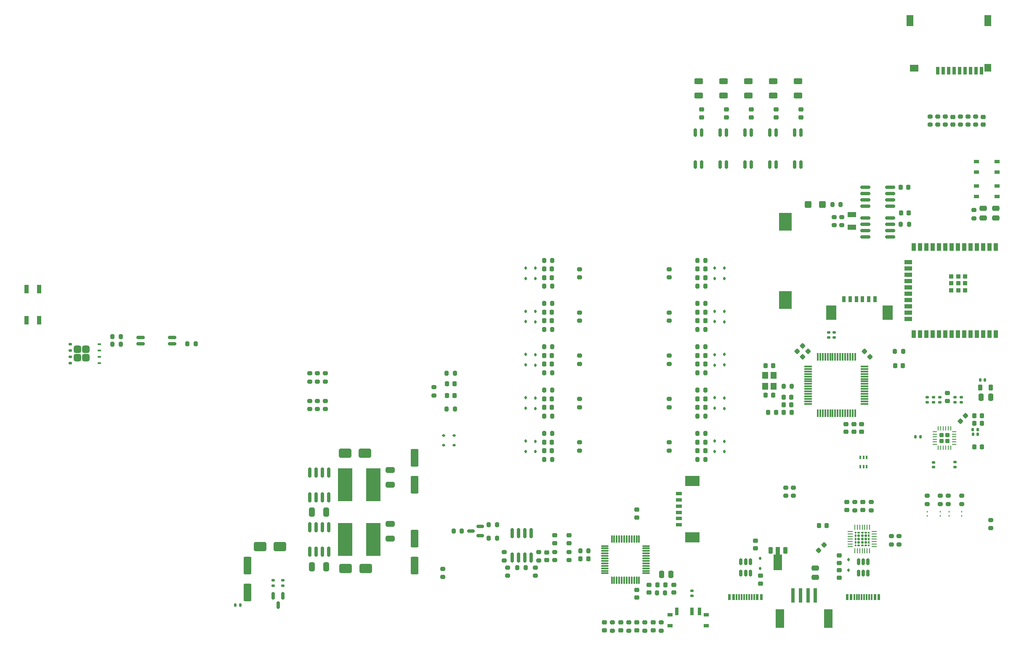
<source format=gbr>
%TF.GenerationSoftware,KiCad,Pcbnew,8.0.0*%
%TF.CreationDate,2024-07-08T15:04:36+07:00*%
%TF.ProjectId,SmartEnergyMag_System,536d6172-7445-46e6-9572-67794d61675f,rev?*%
%TF.SameCoordinates,Original*%
%TF.FileFunction,Paste,Top*%
%TF.FilePolarity,Positive*%
%FSLAX46Y46*%
G04 Gerber Fmt 4.6, Leading zero omitted, Abs format (unit mm)*
G04 Created by KiCad (PCBNEW 8.0.0) date 2024-07-08 15:04:36*
%MOMM*%
%LPD*%
G01*
G04 APERTURE LIST*
G04 Aperture macros list*
%AMRoundRect*
0 Rectangle with rounded corners*
0 $1 Rounding radius*
0 $2 $3 $4 $5 $6 $7 $8 $9 X,Y pos of 4 corners*
0 Add a 4 corners polygon primitive as box body*
4,1,4,$2,$3,$4,$5,$6,$7,$8,$9,$2,$3,0*
0 Add four circle primitives for the rounded corners*
1,1,$1+$1,$2,$3*
1,1,$1+$1,$4,$5*
1,1,$1+$1,$6,$7*
1,1,$1+$1,$8,$9*
0 Add four rect primitives between the rounded corners*
20,1,$1+$1,$2,$3,$4,$5,0*
20,1,$1+$1,$4,$5,$6,$7,0*
20,1,$1+$1,$6,$7,$8,$9,0*
20,1,$1+$1,$8,$9,$2,$3,0*%
%AMFreePoly0*
4,1,25,0.266375,0.443630,0.297109,0.420047,0.420047,0.297109,0.458455,0.230584,0.463512,0.192176,0.463512,-0.192176,0.443630,-0.266375,0.420047,-0.297109,0.297109,-0.420047,0.230584,-0.458455,0.192176,-0.463512,-0.192176,-0.463512,-0.266375,-0.443630,-0.297109,-0.420047,-0.420047,-0.297109,-0.458455,-0.230584,-0.463512,-0.192176,-0.463512,0.192176,-0.443630,0.266375,-0.420047,0.297109,
-0.297109,0.420047,-0.230584,0.458455,-0.192176,0.463512,0.192176,0.463512,0.266375,0.443630,0.266375,0.443630,$1*%
%AMFreePoly1*
4,1,19,0.160014,0.182309,0.196624,0.131920,0.201556,0.100778,0.201556,0.026143,0.182309,-0.033093,0.172039,-0.045118,0.045118,-0.172039,-0.010378,-0.200315,-0.026143,-0.201556,-0.100778,-0.201556,-0.160014,-0.182309,-0.196624,-0.131920,-0.201556,-0.100778,-0.201556,0.100778,-0.182309,0.160014,-0.131920,0.196624,-0.100778,0.201556,0.100778,0.201556,0.160014,0.182309,0.160014,0.182309,
$1*%
%AMFreePoly2*
4,1,21,0.052471,0.262932,0.064496,0.252661,0.172039,0.145117,0.200315,0.089622,0.201556,0.073857,0.201556,-0.073857,0.182309,-0.133093,0.172039,-0.145117,0.064496,-0.252661,0.009001,-0.280938,-0.006765,-0.282179,-0.100778,-0.282179,-0.160014,-0.262932,-0.196624,-0.212543,-0.201556,-0.181401,-0.201556,0.181401,-0.182309,0.240637,-0.131920,0.277247,-0.100778,0.282179,-0.006765,0.282179,
0.052471,0.262932,0.052471,0.262932,$1*%
%AMFreePoly3*
4,1,19,0.033093,0.182309,0.045118,0.172039,0.172039,0.045118,0.200315,-0.010378,0.201556,-0.026143,0.201556,-0.100778,0.182309,-0.160014,0.131920,-0.196624,0.100778,-0.201556,-0.100778,-0.201556,-0.160014,-0.182309,-0.196624,-0.131920,-0.201556,-0.100778,-0.201556,0.100778,-0.182309,0.160014,-0.131920,0.196624,-0.100778,0.201556,-0.026143,0.201556,0.033093,0.182309,0.033093,0.182309,
$1*%
%AMFreePoly4*
4,1,21,0.240637,0.182309,0.277247,0.131920,0.282179,0.100778,0.282179,0.006765,0.262932,-0.052471,0.252661,-0.064496,0.145117,-0.172039,0.089622,-0.200315,0.073857,-0.201556,-0.073857,-0.201556,-0.133093,-0.182309,-0.145117,-0.172039,-0.252661,-0.064496,-0.280938,-0.009001,-0.282179,0.006765,-0.282179,0.100778,-0.262932,0.160014,-0.212543,0.196624,-0.181401,0.201556,0.181401,0.201556,
0.240637,0.182309,0.240637,0.182309,$1*%
%AMFreePoly5*
4,1,25,0.153044,0.262299,0.165464,0.251692,0.251692,0.165464,0.280897,0.108147,0.282178,0.091864,0.282178,-0.091864,0.262299,-0.153044,0.251692,-0.165464,0.165464,-0.251692,0.108147,-0.280897,0.091864,-0.282178,-0.091864,-0.282178,-0.153044,-0.262299,-0.165464,-0.251692,-0.251692,-0.165464,-0.280897,-0.108147,-0.282178,-0.091864,-0.282178,0.091864,-0.262299,0.153044,-0.251692,0.165464,
-0.165464,0.251692,-0.108147,0.280897,-0.091864,0.282178,0.091864,0.282178,0.153044,0.262299,0.153044,0.262299,$1*%
%AMFreePoly6*
4,1,21,0.133093,0.182309,0.145117,0.172039,0.252661,0.064496,0.280938,0.009001,0.282179,-0.006765,0.282179,-0.100778,0.262932,-0.160014,0.212543,-0.196624,0.181401,-0.201556,-0.181401,-0.201556,-0.240637,-0.182309,-0.277247,-0.131920,-0.282179,-0.100778,-0.282179,-0.006765,-0.262932,0.052471,-0.252661,0.064496,-0.145117,0.172039,-0.089622,0.200315,-0.073857,0.201556,0.073857,0.201556,
0.133093,0.182309,0.133093,0.182309,$1*%
%AMFreePoly7*
4,1,19,0.160014,0.182309,0.196624,0.131920,0.201556,0.100778,0.201556,-0.100778,0.182309,-0.160014,0.131920,-0.196624,0.100778,-0.201556,0.026143,-0.201556,-0.033093,-0.182309,-0.045118,-0.172039,-0.172039,-0.045118,-0.200315,0.010378,-0.201556,0.026143,-0.201556,0.100778,-0.182309,0.160014,-0.131920,0.196624,-0.100778,0.201556,0.100778,0.201556,0.160014,0.182309,0.160014,0.182309,
$1*%
%AMFreePoly8*
4,1,21,0.160014,0.262932,0.196624,0.212543,0.201556,0.181401,0.201556,-0.181401,0.182309,-0.240637,0.131920,-0.277247,0.100778,-0.282179,0.006765,-0.282179,-0.052471,-0.262932,-0.064496,-0.252661,-0.172039,-0.145117,-0.200315,-0.089622,-0.201556,-0.073857,-0.201556,0.073857,-0.182309,0.133093,-0.172039,0.145117,-0.064496,0.252661,-0.009001,0.280938,0.006765,0.282179,0.100778,0.282179,
0.160014,0.262932,0.160014,0.262932,$1*%
%AMFreePoly9*
4,1,19,0.160014,0.182309,0.196624,0.131920,0.201556,0.100778,0.201556,-0.100778,0.182309,-0.160014,0.131920,-0.196624,0.100778,-0.201556,-0.100778,-0.201556,-0.160014,-0.182309,-0.196624,-0.131920,-0.201556,-0.100778,-0.201556,-0.026143,-0.182309,0.033093,-0.172039,0.045118,-0.045118,0.172039,0.010378,0.200315,0.026143,0.201556,0.100778,0.201556,0.160014,0.182309,0.160014,0.182309,
$1*%
%AMFreePoly10*
4,1,9,3.862500,-0.866500,0.737500,-0.866500,0.737500,-0.450000,-0.737500,-0.450000,-0.737500,0.450000,0.737500,0.450000,0.737500,0.866500,3.862500,0.866500,3.862500,-0.866500,3.862500,-0.866500,$1*%
G04 Aperture macros list end*
%ADD10RoundRect,0.200000X-0.275000X0.200000X-0.275000X-0.200000X0.275000X-0.200000X0.275000X0.200000X0*%
%ADD11RoundRect,0.225000X0.225000X0.250000X-0.225000X0.250000X-0.225000X-0.250000X0.225000X-0.250000X0*%
%ADD12RoundRect,0.135000X0.185000X-0.135000X0.185000X0.135000X-0.185000X0.135000X-0.185000X-0.135000X0*%
%ADD13RoundRect,0.225000X-0.225000X-0.250000X0.225000X-0.250000X0.225000X0.250000X-0.225000X0.250000X0*%
%ADD14RoundRect,0.218750X0.256250X-0.218750X0.256250X0.218750X-0.256250X0.218750X-0.256250X-0.218750X0*%
%ADD15RoundRect,0.112500X-0.112500X0.187500X-0.112500X-0.187500X0.112500X-0.187500X0.112500X0.187500X0*%
%ADD16RoundRect,0.250000X-0.325000X-0.650000X0.325000X-0.650000X0.325000X0.650000X-0.325000X0.650000X0*%
%ADD17RoundRect,0.140000X0.170000X-0.140000X0.170000X0.140000X-0.170000X0.140000X-0.170000X-0.140000X0*%
%ADD18RoundRect,0.200000X0.200000X0.275000X-0.200000X0.275000X-0.200000X-0.275000X0.200000X-0.275000X0*%
%ADD19RoundRect,0.200000X0.275000X-0.200000X0.275000X0.200000X-0.275000X0.200000X-0.275000X-0.200000X0*%
%ADD20RoundRect,0.062500X0.062500X-0.117500X0.062500X0.117500X-0.062500X0.117500X-0.062500X-0.117500X0*%
%ADD21RoundRect,0.250000X-0.400000X-0.450000X0.400000X-0.450000X0.400000X0.450000X-0.400000X0.450000X0*%
%ADD22R,1.800000X1.000000*%
%ADD23FreePoly0,180.000000*%
%ADD24RoundRect,0.062500X0.375000X0.062500X-0.375000X0.062500X-0.375000X-0.062500X0.375000X-0.062500X0*%
%ADD25RoundRect,0.062500X0.062500X0.375000X-0.062500X0.375000X-0.062500X-0.375000X0.062500X-0.375000X0*%
%ADD26RoundRect,0.140000X0.140000X0.170000X-0.140000X0.170000X-0.140000X-0.170000X0.140000X-0.170000X0*%
%ADD27R,0.800000X1.300000*%
%ADD28R,2.100000X3.000000*%
%ADD29FreePoly1,90.000000*%
%ADD30FreePoly2,90.000000*%
%ADD31FreePoly3,90.000000*%
%ADD32FreePoly4,90.000000*%
%ADD33FreePoly5,90.000000*%
%ADD34FreePoly6,90.000000*%
%ADD35FreePoly7,90.000000*%
%ADD36FreePoly8,90.000000*%
%ADD37FreePoly9,90.000000*%
%ADD38RoundRect,0.062500X0.062500X-0.412500X0.062500X0.412500X-0.062500X0.412500X-0.062500X-0.412500X0*%
%ADD39RoundRect,0.062500X0.412500X-0.062500X0.412500X0.062500X-0.412500X0.062500X-0.412500X-0.062500X0*%
%ADD40RoundRect,0.150000X-0.150000X0.825000X-0.150000X-0.825000X0.150000X-0.825000X0.150000X0.825000X0*%
%ADD41RoundRect,0.112500X-0.187500X-0.112500X0.187500X-0.112500X0.187500X0.112500X-0.187500X0.112500X0*%
%ADD42RoundRect,0.250000X-1.000000X-0.650000X1.000000X-0.650000X1.000000X0.650000X-1.000000X0.650000X0*%
%ADD43RoundRect,0.250000X0.550000X-1.500000X0.550000X1.500000X-0.550000X1.500000X-0.550000X-1.500000X0*%
%ADD44RoundRect,0.200000X-0.200000X-0.275000X0.200000X-0.275000X0.200000X0.275000X-0.200000X0.275000X0*%
%ADD45RoundRect,0.225000X0.250000X-0.225000X0.250000X0.225000X-0.250000X0.225000X-0.250000X-0.225000X0*%
%ADD46RoundRect,0.218750X-0.218750X-0.381250X0.218750X-0.381250X0.218750X0.381250X-0.218750X0.381250X0*%
%ADD47RoundRect,0.135000X-0.135000X-0.185000X0.135000X-0.185000X0.135000X0.185000X-0.135000X0.185000X0*%
%ADD48RoundRect,0.250000X0.650000X-0.325000X0.650000X0.325000X-0.650000X0.325000X-0.650000X-0.325000X0*%
%ADD49RoundRect,0.250000X0.250000X0.475000X-0.250000X0.475000X-0.250000X-0.475000X0.250000X-0.475000X0*%
%ADD50RoundRect,0.150000X-0.825000X-0.150000X0.825000X-0.150000X0.825000X0.150000X-0.825000X0.150000X0*%
%ADD51RoundRect,0.100000X-0.100000X0.225000X-0.100000X-0.225000X0.100000X-0.225000X0.100000X0.225000X0*%
%ADD52RoundRect,0.135000X-0.185000X0.135000X-0.185000X-0.135000X0.185000X-0.135000X0.185000X0.135000X0*%
%ADD53R,2.850000X6.600000*%
%ADD54RoundRect,0.250000X-0.625000X0.312500X-0.625000X-0.312500X0.625000X-0.312500X0.625000X0.312500X0*%
%ADD55RoundRect,0.150000X-0.150000X0.662500X-0.150000X-0.662500X0.150000X-0.662500X0.150000X0.662500X0*%
%ADD56RoundRect,0.112500X0.112500X-0.187500X0.112500X0.187500X-0.112500X0.187500X-0.112500X-0.187500X0*%
%ADD57RoundRect,0.250000X1.000000X0.650000X-1.000000X0.650000X-1.000000X-0.650000X1.000000X-0.650000X0*%
%ADD58RoundRect,0.250000X0.475000X-0.250000X0.475000X0.250000X-0.475000X0.250000X-0.475000X-0.250000X0*%
%ADD59RoundRect,0.150000X0.587500X0.150000X-0.587500X0.150000X-0.587500X-0.150000X0.587500X-0.150000X0*%
%ADD60RoundRect,0.225000X0.017678X-0.335876X0.335876X-0.017678X-0.017678X0.335876X-0.335876X0.017678X0*%
%ADD61R,1.050000X0.650000*%
%ADD62R,0.600000X1.240000*%
%ADD63R,0.300000X1.240000*%
%ADD64R,0.900000X1.500000*%
%ADD65R,1.500000X0.900000*%
%ADD66R,0.900000X0.900000*%
%ADD67RoundRect,0.250000X-0.550000X1.500000X-0.550000X-1.500000X0.550000X-1.500000X0.550000X1.500000X0*%
%ADD68RoundRect,0.225000X-0.017678X0.335876X-0.335876X0.017678X0.017678X-0.335876X0.335876X-0.017678X0*%
%ADD69RoundRect,0.218750X-0.256250X0.218750X-0.256250X-0.218750X0.256250X-0.218750X0.256250X0.218750X0*%
%ADD70RoundRect,0.140000X-0.140000X-0.170000X0.140000X-0.170000X0.140000X0.170000X-0.140000X0.170000X0*%
%ADD71RoundRect,0.075000X-0.075000X0.662500X-0.075000X-0.662500X0.075000X-0.662500X0.075000X0.662500X0*%
%ADD72RoundRect,0.075000X-0.662500X0.075000X-0.662500X-0.075000X0.662500X-0.075000X0.662500X0.075000X0*%
%ADD73R,0.700000X1.600000*%
%ADD74R,1.400000X1.600000*%
%ADD75R,1.400000X2.200000*%
%ADD76R,1.800000X1.400000*%
%ADD77RoundRect,0.225000X0.335876X0.017678X0.017678X0.335876X-0.335876X-0.017678X-0.017678X-0.335876X0*%
%ADD78RoundRect,0.218750X0.218750X0.256250X-0.218750X0.256250X-0.218750X-0.256250X0.218750X-0.256250X0*%
%ADD79R,0.800000X2.900000*%
%ADD80R,1.800000X3.800000*%
%ADD81RoundRect,0.225000X-0.250000X0.225000X-0.250000X-0.225000X0.250000X-0.225000X0.250000X0.225000X0*%
%ADD82RoundRect,0.150000X0.150000X-0.825000X0.150000X0.825000X-0.150000X0.825000X-0.150000X-0.825000X0*%
%ADD83RoundRect,0.150000X-0.150000X0.512500X-0.150000X-0.512500X0.150000X-0.512500X0.150000X0.512500X0*%
%ADD84RoundRect,0.375000X0.375000X0.375000X-0.375000X0.375000X-0.375000X-0.375000X0.375000X-0.375000X0*%
%ADD85RoundRect,0.125000X0.250000X0.125000X-0.250000X0.125000X-0.250000X-0.125000X0.250000X-0.125000X0*%
%ADD86RoundRect,0.100000X0.275000X0.100000X-0.275000X0.100000X-0.275000X-0.100000X0.275000X-0.100000X0*%
%ADD87R,1.000000X0.800000*%
%ADD88R,0.700000X1.500000*%
%ADD89R,0.900000X1.800000*%
%ADD90RoundRect,0.075000X-0.700000X-0.075000X0.700000X-0.075000X0.700000X0.075000X-0.700000X0.075000X0*%
%ADD91RoundRect,0.075000X-0.075000X-0.700000X0.075000X-0.700000X0.075000X0.700000X-0.075000X0.700000X0*%
%ADD92R,1.300000X0.800000*%
%ADD93R,3.000000X2.100000*%
%ADD94RoundRect,0.150000X-0.150000X0.587500X-0.150000X-0.587500X0.150000X-0.587500X0.150000X0.587500X0*%
%ADD95RoundRect,0.250000X-0.250000X-0.475000X0.250000X-0.475000X0.250000X0.475000X-0.250000X0.475000X0*%
%ADD96R,1.200000X1.400000*%
%ADD97RoundRect,0.112500X0.187500X0.112500X-0.187500X0.112500X-0.187500X-0.112500X0.187500X-0.112500X0*%
%ADD98RoundRect,0.225000X-0.225000X0.425000X-0.225000X-0.425000X0.225000X-0.425000X0.225000X0.425000X0*%
%ADD99FreePoly10,270.000000*%
%ADD100RoundRect,0.135000X0.135000X0.185000X-0.135000X0.185000X-0.135000X-0.185000X0.135000X-0.185000X0*%
%ADD101RoundRect,0.218750X-0.218750X-0.256250X0.218750X-0.256250X0.218750X0.256250X-0.218750X0.256250X0*%
%ADD102RoundRect,0.150000X0.662500X0.150000X-0.662500X0.150000X-0.662500X-0.150000X0.662500X-0.150000X0*%
%ADD103R,2.600000X3.660000*%
%ADD104R,2.600000X3.540000*%
G04 APERTURE END LIST*
D10*
%TO.C,R59*%
X174980000Y-87051250D03*
X174980000Y-88701250D03*
%TD*%
%TO.C,R20*%
X251849572Y-123935000D03*
X251849572Y-125585000D03*
%TD*%
D11*
%TO.C,C60*%
X224675000Y-129900000D03*
X223125000Y-129900000D03*
%TD*%
D10*
%TO.C,R133*%
X188120000Y-149410000D03*
X188120000Y-151060000D03*
%TD*%
D12*
%TO.C,R92*%
X115270000Y-141996243D03*
X115270000Y-140976245D03*
%TD*%
D13*
%TO.C,C57*%
X239625000Y-66985000D03*
X241175000Y-66985000D03*
%TD*%
D14*
%TO.C,D36*%
X204519358Y-47800806D03*
X204519358Y-46225804D03*
%TD*%
D15*
%TO.C,D17*%
X166060000Y-112967500D03*
X166060000Y-115067500D03*
%TD*%
D10*
%TO.C,R89*%
X227760000Y-67830000D03*
X227760000Y-69480000D03*
%TD*%
D16*
%TO.C,C65*%
X121084999Y-138232109D03*
X124035001Y-138232109D03*
%TD*%
D17*
%TO.C,C12*%
X246197478Y-118182531D03*
X246197478Y-117222531D03*
%TD*%
D18*
%TO.C,R120*%
X151285000Y-131020000D03*
X149635000Y-131020000D03*
%TD*%
D19*
%TO.C,R53*%
X193007500Y-97407500D03*
X193007500Y-95757500D03*
%TD*%
D20*
%TO.C,D3*%
X251840000Y-127160000D03*
X251840000Y-128000000D03*
%TD*%
D10*
%TO.C,R29*%
X216450000Y-122275000D03*
X216450000Y-123925000D03*
%TD*%
D13*
%TO.C,C26*%
X175160000Y-136615000D03*
X176710000Y-136615000D03*
%TD*%
D21*
%TO.C,D38*%
X220922500Y-65345000D03*
X223822500Y-65345000D03*
%TD*%
D22*
%TO.C,Y3*%
X229770000Y-69864999D03*
X229770000Y-67365001D03*
%TD*%
D23*
%TO.C,U2*%
X248937478Y-112897509D03*
X248937478Y-111757509D03*
X247797478Y-112897509D03*
X247797478Y-111757509D03*
D24*
X250304978Y-113577509D03*
X250304977Y-113077509D03*
X250304978Y-112577509D03*
X250304978Y-112077509D03*
X250304977Y-111577509D03*
X250304978Y-111077509D03*
D25*
X249617478Y-110390009D03*
X249117478Y-110390010D03*
X248617478Y-110390009D03*
X248117478Y-110390009D03*
X247617478Y-110390010D03*
X247117478Y-110390009D03*
D24*
X246429978Y-111077509D03*
X246429979Y-111577509D03*
X246429978Y-112077509D03*
X246429978Y-112577509D03*
X246429979Y-113077509D03*
X246429978Y-113577509D03*
D25*
X247117478Y-114265009D03*
X247617478Y-114265008D03*
X248117478Y-114265009D03*
X248617478Y-114265009D03*
X249117478Y-114265008D03*
X249617478Y-114265009D03*
%TD*%
D26*
%TO.C,C11*%
X256530000Y-100675000D03*
X255570000Y-100675000D03*
%TD*%
D27*
%TO.C,J27*%
X228150000Y-84350000D03*
X229400000Y-84350000D03*
X230650000Y-84350000D03*
X231900000Y-84350000D03*
X233150000Y-84350000D03*
X234400000Y-84350000D03*
D28*
X225600000Y-87100000D03*
X236950000Y-87100000D03*
%TD*%
D19*
%TO.C,R52*%
X193007500Y-88701250D03*
X193007500Y-87051250D03*
%TD*%
D10*
%TO.C,R78*%
X174980000Y-78345000D03*
X174980000Y-79995000D03*
%TD*%
D29*
%TO.C,U28*%
X230525000Y-133950000D03*
D30*
X231125000Y-133950000D03*
X231825000Y-133950000D03*
X232525000Y-133950000D03*
D31*
X233125000Y-133950000D03*
D32*
X230525000Y-133350000D03*
D33*
X231125000Y-133350000D03*
X231825000Y-133350000D03*
X232525000Y-133350000D03*
D34*
X233125000Y-133350000D03*
D32*
X230525000Y-132650000D03*
D33*
X231125000Y-132650000D03*
X231825000Y-132650000D03*
X232525000Y-132650000D03*
D34*
X233125000Y-132650000D03*
D32*
X230525000Y-131950000D03*
D33*
X231125000Y-131950000D03*
X231825000Y-131950000D03*
X232525000Y-131950000D03*
D34*
X233125000Y-131950000D03*
D35*
X230525000Y-131350000D03*
D36*
X231125000Y-131350000D03*
X231825000Y-131350000D03*
X232525000Y-131350000D03*
D37*
X233125000Y-131350000D03*
D38*
X230325000Y-135025000D03*
X230825000Y-135025000D03*
X231325000Y-135025000D03*
X231825000Y-135025001D03*
X232325000Y-135025000D03*
X232825000Y-135025000D03*
X233325000Y-135025000D03*
D39*
X234200000Y-134150000D03*
X234200000Y-133650000D03*
X234200000Y-133150000D03*
X234200001Y-132650000D03*
X234200000Y-132150000D03*
X234200000Y-131650000D03*
X234200000Y-131150000D03*
D38*
X233325000Y-130275000D03*
X232825000Y-130275000D03*
X232325000Y-130275000D03*
X231825000Y-130274999D03*
X231325000Y-130275000D03*
X230825000Y-130275000D03*
X230325000Y-130275000D03*
D39*
X229450000Y-131150000D03*
X229450000Y-131650000D03*
X229450000Y-132150000D03*
X229449999Y-132650000D03*
X229450000Y-133150000D03*
X229450000Y-133650000D03*
X229450000Y-134150000D03*
%TD*%
D18*
%TO.C,R119*%
X82675000Y-91950000D03*
X81025000Y-91950000D03*
%TD*%
D40*
%TO.C,U13*%
X165205000Y-131425000D03*
X163935000Y-131425000D03*
X162665000Y-131425000D03*
X161395000Y-131425000D03*
X161395000Y-136375000D03*
X162665000Y-136375000D03*
X163935000Y-136375000D03*
X165205000Y-136375000D03*
%TD*%
D18*
%TO.C,R91*%
X227495000Y-65345000D03*
X225845000Y-65345000D03*
%TD*%
D41*
%TO.C,D11*%
X147642500Y-111825000D03*
X149742500Y-111825000D03*
%TD*%
D42*
%TO.C,D40*%
X127922499Y-138592109D03*
X131922501Y-138592109D03*
%TD*%
D11*
%TO.C,C32*%
X200250000Y-97430611D03*
X198700000Y-97430611D03*
%TD*%
D43*
%TO.C,C69*%
X141815519Y-121728879D03*
X141815519Y-116328879D03*
%TD*%
D44*
%TO.C,R69*%
X198650000Y-116597500D03*
X200300000Y-116597500D03*
%TD*%
D19*
%TO.C,R137*%
X233634999Y-126865000D03*
X233634999Y-125215000D03*
%TD*%
D45*
%TO.C,C54*%
X227225000Y-137450000D03*
X227225000Y-135900000D03*
%TD*%
D46*
%TO.C,FB1*%
X255557500Y-102170000D03*
X257682500Y-102170000D03*
%TD*%
D44*
%TO.C,R63*%
X198650000Y-90439437D03*
X200300000Y-90439437D03*
%TD*%
D19*
%TO.C,R121*%
X169940000Y-136890000D03*
X169940000Y-135240000D03*
%TD*%
D18*
%TO.C,R50*%
X176760000Y-135035000D03*
X175110000Y-135035000D03*
%TD*%
D47*
%TO.C,R94*%
X105710001Y-145910000D03*
X106729999Y-145910000D03*
%TD*%
D12*
%TO.C,R9*%
X244914478Y-105124999D03*
X244914478Y-104105001D03*
%TD*%
D48*
%TO.C,C64*%
X136840000Y-132557110D03*
X136840000Y-129607108D03*
%TD*%
D49*
%TO.C,C25*%
X193349999Y-139765000D03*
X191450001Y-139765000D03*
%TD*%
D19*
%TO.C,R55*%
X193007500Y-114820000D03*
X193007500Y-113170000D03*
%TD*%
D50*
%TO.C,U21*%
X232475000Y-61880000D03*
X232475000Y-63150000D03*
X232475000Y-64420000D03*
X232475000Y-65690000D03*
X237425000Y-65690000D03*
X237425000Y-64420000D03*
X237425000Y-63150000D03*
X237425000Y-61880000D03*
%TD*%
D10*
%TO.C,R132*%
X184860000Y-149410000D03*
X184860000Y-151060000D03*
%TD*%
D51*
%TO.C,Q1*%
X232750000Y-116175000D03*
X232100000Y-116175001D03*
X231450000Y-116175000D03*
X231450000Y-118075000D03*
X232100000Y-118074999D03*
X232750000Y-118075000D03*
%TD*%
D10*
%TO.C,R58*%
X174980000Y-95757500D03*
X174980000Y-97407500D03*
%TD*%
D11*
%TO.C,C36*%
X200250000Y-114862500D03*
X198700000Y-114862500D03*
%TD*%
D15*
%TO.C,D32*%
X229050000Y-136775000D03*
X229050000Y-138875000D03*
%TD*%
D11*
%TO.C,C34*%
X200250000Y-106147096D03*
X198700000Y-106147096D03*
%TD*%
D44*
%TO.C,R61*%
X198650000Y-81772500D03*
X200300000Y-81772500D03*
%TD*%
D10*
%TO.C,R56*%
X174980000Y-113170000D03*
X174980000Y-114820000D03*
%TD*%
D52*
%TO.C,R139*%
X226175000Y-91090001D03*
X226175000Y-92109999D03*
%TD*%
D18*
%TO.C,R79*%
X169475000Y-81772500D03*
X167825000Y-81772500D03*
%TD*%
D44*
%TO.C,R67*%
X198650000Y-107882096D03*
X200300000Y-107882096D03*
%TD*%
D15*
%TO.C,D18*%
X166060000Y-104261250D03*
X166060000Y-106361250D03*
%TD*%
D48*
%TO.C,C70*%
X136840000Y-121737110D03*
X136840000Y-118787108D03*
%TD*%
D53*
%TO.C,L2*%
X127815000Y-121755782D03*
X133465000Y-121755782D03*
%TD*%
D19*
%TO.C,R128*%
X166040000Y-140015000D03*
X166040000Y-138365000D03*
%TD*%
D54*
%TO.C,R88*%
X198889358Y-40500805D03*
X198889358Y-43425805D03*
%TD*%
D13*
%TO.C,C50*%
X167875000Y-86988813D03*
X169425000Y-86988813D03*
%TD*%
D15*
%TO.C,D21*%
X204090000Y-78142500D03*
X204090000Y-80242500D03*
%TD*%
D44*
%TO.C,R64*%
X198650000Y-93960611D03*
X200300000Y-93960611D03*
%TD*%
D19*
%TO.C,R25*%
X239225000Y-133700000D03*
X239225000Y-132050000D03*
%TD*%
D44*
%TO.C,R62*%
X198650000Y-85263501D03*
X200300000Y-85263501D03*
%TD*%
D18*
%TO.C,R76*%
X169475000Y-90439437D03*
X167825000Y-90439437D03*
%TD*%
%TO.C,R73*%
X169475000Y-102677096D03*
X167825000Y-102677096D03*
%TD*%
D10*
%TO.C,R123*%
X159815000Y-135295000D03*
X159815000Y-136945000D03*
%TD*%
D53*
%TO.C,L4*%
X127815000Y-132740000D03*
X133465000Y-132740000D03*
%TD*%
D11*
%TO.C,C58*%
X241135000Y-61895000D03*
X239585000Y-61895000D03*
%TD*%
D55*
%TO.C,U19*%
X199519358Y-50885805D03*
X198249358Y-50885805D03*
X198249358Y-57260805D03*
X199519358Y-57260805D03*
%TD*%
D44*
%TO.C,R60*%
X198650000Y-76567500D03*
X200300000Y-76567500D03*
%TD*%
D56*
%TO.C,D13*%
X202130000Y-88903750D03*
X202130000Y-86803750D03*
%TD*%
D57*
%TO.C,D39*%
X114707501Y-134182109D03*
X110707499Y-134182109D03*
%TD*%
D10*
%TO.C,R17*%
X247559058Y-123935000D03*
X247559058Y-125585000D03*
%TD*%
D19*
%TO.C,R131*%
X147480000Y-140265000D03*
X147480000Y-138615000D03*
%TD*%
D58*
%TO.C,C1*%
X256190000Y-67999998D03*
X256190000Y-66100000D03*
%TD*%
D11*
%TO.C,C14*%
X255900000Y-109325000D03*
X254350000Y-109325000D03*
%TD*%
D19*
%TO.C,R3*%
X251575000Y-49275000D03*
X251575000Y-47625000D03*
%TD*%
D44*
%TO.C,R19*%
X156695000Y-129760000D03*
X158345000Y-129760000D03*
%TD*%
D59*
%TO.C,Q17*%
X154980000Y-131990000D03*
X154980000Y-130090000D03*
X153104999Y-131040000D03*
%TD*%
D13*
%TO.C,C15*%
X254375000Y-114075000D03*
X255925000Y-114075000D03*
%TD*%
D14*
%TO.C,LED2*%
X183230000Y-150982501D03*
X183230000Y-149407499D03*
%TD*%
%TO.C,D7*%
X172830000Y-133475001D03*
X172830000Y-131899999D03*
%TD*%
D60*
%TO.C,C53*%
X223041992Y-134918008D03*
X224138008Y-133821992D03*
%TD*%
D54*
%TO.C,R84*%
X218889359Y-40500805D03*
X218889359Y-43425805D03*
%TD*%
D10*
%TO.C,R46*%
X145670000Y-102090000D03*
X145670000Y-103740000D03*
%TD*%
D45*
%TO.C,C7*%
X168330000Y-136895000D03*
X168330000Y-135345000D03*
%TD*%
D11*
%TO.C,C28*%
X200250000Y-80037500D03*
X198700000Y-80037500D03*
%TD*%
D61*
%TO.C,SW2*%
X254800000Y-56685000D03*
X258950000Y-56685000D03*
X254800000Y-58835000D03*
X258950000Y-58835000D03*
%TD*%
D14*
%TO.C,D55*%
X228700000Y-126787501D03*
X228700000Y-125212499D03*
%TD*%
D62*
%TO.C,J3*%
X228780000Y-144355000D03*
X229580000Y-144355000D03*
D63*
X230730000Y-144355000D03*
X231730000Y-144355000D03*
X232230000Y-144355000D03*
X233230000Y-144355000D03*
D62*
X234380000Y-144355000D03*
X235180000Y-144355000D03*
X235180000Y-144355000D03*
X234380000Y-144355000D03*
D63*
X233730000Y-144355000D03*
X232730000Y-144355000D03*
X231230000Y-144355000D03*
X230230000Y-144355000D03*
D62*
X229580000Y-144355000D03*
X228780000Y-144355000D03*
%TD*%
D19*
%TO.C,R4*%
X253100000Y-49275000D03*
X253100000Y-47625000D03*
%TD*%
D11*
%TO.C,C33*%
X200250000Y-104412096D03*
X198700000Y-104412096D03*
%TD*%
D64*
%TO.C,U1*%
X258730000Y-73915000D03*
X257460000Y-73915000D03*
X256190000Y-73915000D03*
X254920000Y-73915000D03*
X253650000Y-73915000D03*
X252380000Y-73915000D03*
X251110000Y-73915000D03*
X249840000Y-73915000D03*
X248570000Y-73915000D03*
X247300000Y-73915000D03*
X246030000Y-73915000D03*
X244760000Y-73915000D03*
X243490000Y-73915000D03*
X242220000Y-73915000D03*
D65*
X241125000Y-76950000D03*
X241125000Y-78220000D03*
X241125001Y-79490000D03*
X241125000Y-80760000D03*
X241125000Y-82030000D03*
X241125000Y-83300000D03*
X241125000Y-84570000D03*
X241125001Y-85840000D03*
X241125000Y-87110000D03*
X241125000Y-88380000D03*
D64*
X242220000Y-91415000D03*
X243490000Y-91415000D03*
X244760000Y-91415000D03*
X246030000Y-91415000D03*
X247300000Y-91415000D03*
X248570000Y-91415000D03*
X249840000Y-91415000D03*
X251110000Y-91415000D03*
X252380000Y-91415000D03*
X253650000Y-91415000D03*
X254920000Y-91415000D03*
X256190000Y-91415000D03*
X257460000Y-91415000D03*
X258730000Y-91415000D03*
D66*
X252565000Y-79765000D03*
X251165000Y-79765000D03*
X249765000Y-79765000D03*
X252565000Y-81165000D03*
X251165000Y-81165000D03*
X249765000Y-81165000D03*
X252565000Y-82565000D03*
X251165000Y-82565000D03*
X249765000Y-82565000D03*
%TD*%
D67*
%TO.C,C59*%
X141815519Y-132573049D03*
X141815519Y-137973049D03*
%TD*%
D19*
%TO.C,R43*%
X122240000Y-106510000D03*
X122240000Y-104860000D03*
%TD*%
D56*
%TO.C,D14*%
X204090000Y-97610000D03*
X204090000Y-95510000D03*
%TD*%
D68*
%TO.C,C61*%
X252648008Y-107801992D03*
X251551992Y-108898008D03*
%TD*%
D10*
%TO.C,R134*%
X191380000Y-149410000D03*
X191380000Y-151060000D03*
%TD*%
D11*
%TO.C,C13*%
X255925000Y-107825000D03*
X254375000Y-107825000D03*
%TD*%
D18*
%TO.C,R126*%
X164125000Y-138375000D03*
X162475000Y-138375000D03*
%TD*%
D11*
%TO.C,C29*%
X200250000Y-86988813D03*
X198700000Y-86988813D03*
%TD*%
D69*
%TO.C,FB2*%
X211350000Y-140012499D03*
X211350000Y-141587501D03*
%TD*%
D18*
%TO.C,R96*%
X97715000Y-93340000D03*
X96065000Y-93340000D03*
%TD*%
D10*
%TO.C,R28*%
X217950000Y-122275000D03*
X217950000Y-123925000D03*
%TD*%
%TO.C,R45*%
X123830000Y-104860000D03*
X123830000Y-106510000D03*
%TD*%
D19*
%TO.C,R2*%
X248525000Y-49275000D03*
X248525000Y-47625000D03*
%TD*%
D13*
%TO.C,C39*%
X167875000Y-106147096D03*
X169425000Y-106147096D03*
%TD*%
D42*
%TO.C,D42*%
X127792499Y-115332109D03*
X131792501Y-115332109D03*
%TD*%
D18*
%TO.C,R70*%
X169475000Y-116597500D03*
X167825000Y-116597500D03*
%TD*%
D55*
%TO.C,U18*%
X204519358Y-50885805D03*
X203249358Y-50885805D03*
X203249358Y-57260805D03*
X204519358Y-57260805D03*
%TD*%
D15*
%TO.C,D6*%
X211330000Y-136502500D03*
X211330000Y-138602500D03*
%TD*%
D70*
%TO.C,C6*%
X254100000Y-111570000D03*
X255060000Y-111570000D03*
%TD*%
D14*
%TO.C,D35*%
X209519358Y-47800806D03*
X209519358Y-46225804D03*
%TD*%
D19*
%TO.C,R6*%
X254625000Y-49275000D03*
X254625000Y-47625000D03*
%TD*%
D14*
%TO.C,D56*%
X231989998Y-126787501D03*
X231989998Y-125212499D03*
%TD*%
D71*
%TO.C,U10*%
X186949999Y-132622500D03*
X186449999Y-132622500D03*
X185949999Y-132622500D03*
X185449998Y-132622500D03*
X184949999Y-132622500D03*
X184449999Y-132622500D03*
X183949999Y-132622500D03*
X183449999Y-132622500D03*
X182950000Y-132622500D03*
X182449999Y-132622500D03*
X181949999Y-132622500D03*
X181449999Y-132622500D03*
D72*
X180037499Y-134035000D03*
X180037499Y-134535000D03*
X180037499Y-135035000D03*
X180037499Y-135535001D03*
X180037499Y-136035000D03*
X180037499Y-136535000D03*
X180037499Y-137035000D03*
X180037499Y-137535000D03*
X180037499Y-138034999D03*
X180037499Y-138535000D03*
X180037499Y-139035000D03*
X180037499Y-139535000D03*
D71*
X181449999Y-140947500D03*
X181949999Y-140947500D03*
X182449999Y-140947500D03*
X182950000Y-140947500D03*
X183449999Y-140947500D03*
X183949999Y-140947500D03*
X184449999Y-140947500D03*
X184949999Y-140947500D03*
X185449998Y-140947500D03*
X185949999Y-140947500D03*
X186449999Y-140947500D03*
X186949999Y-140947500D03*
D72*
X188362499Y-139535000D03*
X188362499Y-139035000D03*
X188362499Y-138535000D03*
X188362499Y-138034999D03*
X188362499Y-137535000D03*
X188362499Y-137035000D03*
X188362499Y-136535000D03*
X188362499Y-136035000D03*
X188362499Y-135535001D03*
X188362499Y-135035000D03*
X188362499Y-134535000D03*
X188362499Y-134035000D03*
%TD*%
D20*
%TO.C,D1*%
X249270000Y-127160000D03*
X249270000Y-128000000D03*
%TD*%
D50*
%TO.C,U22*%
X232495000Y-68050000D03*
X232495000Y-69320000D03*
X232495000Y-70590000D03*
X232495000Y-71860000D03*
X237445000Y-71860000D03*
X237445000Y-70590000D03*
X237445000Y-69320000D03*
X237445000Y-68050000D03*
%TD*%
D56*
%TO.C,D29*%
X164110000Y-88903750D03*
X164110000Y-86803750D03*
%TD*%
%TO.C,D26*%
X164110000Y-115022500D03*
X164110000Y-112922500D03*
%TD*%
D54*
%TO.C,R86*%
X208889358Y-40500805D03*
X208889358Y-43425805D03*
%TD*%
D67*
%TO.C,C62*%
X108182290Y-137985338D03*
X108182290Y-143385338D03*
%TD*%
D52*
%TO.C,R8*%
X247452878Y-104105001D03*
X247452878Y-105124999D03*
%TD*%
D11*
%TO.C,C20*%
X149825000Y-101415000D03*
X148275000Y-101415000D03*
%TD*%
D19*
%TO.C,R130*%
X160530000Y-140025000D03*
X160530000Y-138375000D03*
%TD*%
%TO.C,R54*%
X193007500Y-106113750D03*
X193007500Y-104463750D03*
%TD*%
D13*
%TO.C,C40*%
X167875000Y-104412096D03*
X169425000Y-104412096D03*
%TD*%
D44*
%TO.C,R97*%
X156705000Y-132440000D03*
X158355000Y-132440000D03*
%TD*%
D73*
%TO.C,P1*%
X247005000Y-38429999D03*
X248105000Y-38430000D03*
X249205000Y-38429999D03*
X250305000Y-38430000D03*
X251405000Y-38429999D03*
X252505000Y-38430000D03*
X253605000Y-38429999D03*
X254705000Y-38429999D03*
X255805000Y-38429999D03*
D74*
X257105001Y-37829999D03*
D75*
X257105000Y-28329999D03*
X241405000Y-28329999D03*
D76*
X242305000Y-37929999D03*
%TD*%
D44*
%TO.C,R47*%
X148225000Y-106515000D03*
X149875000Y-106515000D03*
%TD*%
D77*
%TO.C,C44*%
X233427967Y-95983047D03*
X232331951Y-94887031D03*
%TD*%
D78*
%TO.C,FB3*%
X217612501Y-107175000D03*
X216037499Y-107175000D03*
%TD*%
D10*
%TO.C,R18*%
X244885384Y-123935000D03*
X244885384Y-125585000D03*
%TD*%
D79*
%TO.C,J28*%
X217910000Y-143960000D03*
X219410000Y-143960000D03*
X220910000Y-143960000D03*
X222410000Y-143960000D03*
D80*
X215310000Y-148660000D03*
X225010000Y-148660000D03*
%TD*%
D18*
%TO.C,R80*%
X169475000Y-76567500D03*
X167825000Y-76567500D03*
%TD*%
D81*
%TO.C,C16*%
X230150000Y-109525000D03*
X230150000Y-111075000D03*
%TD*%
D15*
%TO.C,D19*%
X166060000Y-95555000D03*
X166060000Y-97655000D03*
%TD*%
D61*
%TO.C,SW1*%
X254800000Y-61603020D03*
X258950000Y-61603020D03*
X254800000Y-63753020D03*
X258950000Y-63753020D03*
%TD*%
D15*
%TO.C,D20*%
X166060000Y-86848750D03*
X166060000Y-88948750D03*
%TD*%
D18*
%TO.C,R75*%
X169475000Y-93960611D03*
X167825000Y-93960611D03*
%TD*%
D15*
%TO.C,D23*%
X202130000Y-95555000D03*
X202130000Y-97655000D03*
%TD*%
D82*
%TO.C,U20*%
X120720000Y-135215000D03*
X121990000Y-135215000D03*
X123260000Y-135215000D03*
X124530000Y-135215000D03*
X124530000Y-130265000D03*
X123260000Y-130265000D03*
X121990000Y-130265000D03*
X120720000Y-130265000D03*
%TD*%
D10*
%TO.C,R57*%
X174980000Y-104463750D03*
X174980000Y-106113750D03*
%TD*%
D83*
%TO.C,U4*%
X209324371Y-137205628D03*
X208374372Y-137205628D03*
X207424373Y-137205628D03*
X207424373Y-139480628D03*
X208374372Y-139480628D03*
X209324371Y-139480628D03*
%TD*%
D12*
%TO.C,R16*%
X250527478Y-118192530D03*
X250527478Y-117172532D03*
%TD*%
D45*
%TO.C,C10*%
X248982078Y-104840000D03*
X248982078Y-103290000D03*
%TD*%
D56*
%TO.C,D12*%
X202130000Y-80197500D03*
X202130000Y-78097500D03*
%TD*%
D14*
%TO.C,D2*%
X169980000Y-133450001D03*
X169980000Y-131874999D03*
%TD*%
D19*
%TO.C,R7*%
X245475000Y-49275000D03*
X245475000Y-47625000D03*
%TD*%
D13*
%TO.C,C43*%
X167875000Y-88714125D03*
X169425000Y-88714125D03*
%TD*%
D54*
%TO.C,R87*%
X203889358Y-40500805D03*
X203889358Y-43425805D03*
%TD*%
D56*
%TO.C,D28*%
X164110000Y-97610000D03*
X164110000Y-95510000D03*
%TD*%
D18*
%TO.C,R90*%
X241255000Y-69325000D03*
X239605000Y-69325000D03*
%TD*%
D81*
%TO.C,C23*%
X186450000Y-126740000D03*
X186450000Y-128290000D03*
%TD*%
D18*
%TO.C,R127*%
X217665000Y-101865000D03*
X216015000Y-101865000D03*
%TD*%
D13*
%TO.C,C52*%
X167875000Y-78302500D03*
X169425000Y-78302500D03*
%TD*%
D12*
%TO.C,R93*%
X113370000Y-141996243D03*
X113370000Y-140976245D03*
%TD*%
D19*
%TO.C,R24*%
X237700000Y-133700000D03*
X237700000Y-132050000D03*
%TD*%
D82*
%TO.C,U23*%
X120720000Y-124230782D03*
X121990000Y-124230782D03*
X123260000Y-124230782D03*
X124530000Y-124230782D03*
X124530000Y-119280782D03*
X123260000Y-119280782D03*
X121990000Y-119280782D03*
X120720000Y-119280782D03*
%TD*%
D84*
%TO.C,Q14*%
X75650000Y-96165000D03*
X75650000Y-94465000D03*
X73950000Y-96165000D03*
X73950000Y-94465000D03*
D85*
X72545000Y-97220000D03*
X72545000Y-95950000D03*
X72545000Y-94680000D03*
X72545000Y-93410000D03*
D86*
X78350000Y-97220000D03*
X78350000Y-95950000D03*
X78350000Y-94680000D03*
X78350000Y-93410000D03*
%TD*%
D44*
%TO.C,R11*%
X238425000Y-94900000D03*
X240075000Y-94900000D03*
%TD*%
%TO.C,R66*%
X198650000Y-102677096D03*
X200300000Y-102677096D03*
%TD*%
D19*
%TO.C,R124*%
X166800000Y-136945000D03*
X166800000Y-135295000D03*
%TD*%
D14*
%TO.C,D37*%
X199519358Y-47800806D03*
X199519358Y-46225804D03*
%TD*%
D56*
%TO.C,D15*%
X202130000Y-106316250D03*
X202130000Y-104216250D03*
%TD*%
D13*
%TO.C,C41*%
X167875000Y-97430611D03*
X169425000Y-97430611D03*
%TD*%
D87*
%TO.C,BOOT1*%
X193160000Y-147870000D03*
X193160000Y-150080000D03*
X200460000Y-147870000D03*
X200460000Y-150080000D03*
D88*
X194560000Y-147220000D03*
X197560000Y-147220000D03*
X199060000Y-147220000D03*
%TD*%
D89*
%TO.C,D8*%
X63740000Y-88635000D03*
X66240000Y-88635000D03*
X63740000Y-82335000D03*
X66240000Y-82335000D03*
%TD*%
D10*
%TO.C,R1*%
X254330000Y-66439999D03*
X254330000Y-68089999D03*
%TD*%
D18*
%TO.C,R118*%
X82675000Y-93450000D03*
X81025000Y-93450000D03*
%TD*%
D81*
%TO.C,C22*%
X193929500Y-141840000D03*
X193929500Y-143390000D03*
%TD*%
D90*
%TO.C,U5*%
X220965000Y-97925001D03*
X220965000Y-98425000D03*
X220965000Y-98925000D03*
X220965000Y-99425000D03*
X220965000Y-99925000D03*
X220965000Y-100425001D03*
X220965000Y-100925000D03*
X220965000Y-101425000D03*
X220965000Y-101925000D03*
X220965000Y-102425000D03*
X220965000Y-102924999D03*
X220965000Y-103425000D03*
X220965000Y-103925000D03*
X220965000Y-104425000D03*
X220965000Y-104925000D03*
X220965000Y-105424999D03*
D91*
X222890001Y-107350000D03*
X223390000Y-107350000D03*
X223890000Y-107350000D03*
X224390000Y-107350000D03*
X224890000Y-107350000D03*
X225390001Y-107350000D03*
X225890000Y-107350000D03*
X226390000Y-107350000D03*
X226890000Y-107350000D03*
X227390000Y-107350000D03*
X227889999Y-107350000D03*
X228390000Y-107350000D03*
X228890000Y-107350000D03*
X229390000Y-107350000D03*
X229890000Y-107350000D03*
X230389999Y-107350000D03*
D90*
X232315000Y-105424999D03*
X232315000Y-104925000D03*
X232315000Y-104425000D03*
X232315000Y-103925000D03*
X232315000Y-103425000D03*
X232315000Y-102924999D03*
X232315000Y-102425000D03*
X232315000Y-101925000D03*
X232315000Y-101425000D03*
X232315000Y-100925000D03*
X232315000Y-100425001D03*
X232315000Y-99925000D03*
X232315000Y-99425000D03*
X232315000Y-98925000D03*
X232315000Y-98425000D03*
X232315000Y-97925001D03*
D91*
X230389999Y-96000000D03*
X229890000Y-96000000D03*
X229390000Y-96000000D03*
X228890000Y-96000000D03*
X228390000Y-96000000D03*
X227889999Y-96000000D03*
X227390000Y-96000000D03*
X226890000Y-96000000D03*
X226390000Y-96000000D03*
X225890000Y-96000000D03*
X225390001Y-96000000D03*
X224890000Y-96000000D03*
X224390000Y-96000000D03*
X223890000Y-96000000D03*
X223390000Y-96000000D03*
X222890001Y-96000000D03*
%TD*%
D14*
%TO.C,D34*%
X214519358Y-47800806D03*
X214519358Y-46225804D03*
%TD*%
D16*
%TO.C,C68*%
X121085000Y-127247891D03*
X124035000Y-127247891D03*
%TD*%
D18*
%TO.C,R74*%
X169475000Y-99165611D03*
X167825000Y-99165611D03*
%TD*%
D14*
%TO.C,LED3*%
X186490000Y-150982501D03*
X186490000Y-149407499D03*
%TD*%
D19*
%TO.C,R122*%
X172830000Y-136895000D03*
X172830000Y-135245000D03*
%TD*%
D14*
%TO.C,LED1*%
X179970000Y-150982501D03*
X179970000Y-149407499D03*
%TD*%
D58*
%TO.C,C5*%
X222410000Y-140354999D03*
X222410000Y-138455001D03*
%TD*%
D20*
%TO.C,D5*%
X247540000Y-127160000D03*
X247540000Y-128000000D03*
%TD*%
D92*
%TO.C,J13*%
X194912499Y-129775000D03*
X194912499Y-128525000D03*
X194912499Y-127275000D03*
X194912499Y-126025000D03*
X194912499Y-124775000D03*
X194912499Y-123525000D03*
D93*
X197662499Y-132325000D03*
X197662499Y-120975000D03*
%TD*%
D58*
%TO.C,C4*%
X258730000Y-68029998D03*
X258730000Y-66130000D03*
%TD*%
D81*
%TO.C,C55*%
X231700000Y-109525000D03*
X231700000Y-111075000D03*
%TD*%
D45*
%TO.C,C24*%
X186460000Y-144400000D03*
X186460000Y-142850000D03*
%TD*%
D52*
%TO.C,R140*%
X225100000Y-91090001D03*
X225100000Y-92109999D03*
%TD*%
D11*
%TO.C,C30*%
X200250000Y-88714125D03*
X198700000Y-88714125D03*
%TD*%
D19*
%TO.C,R5*%
X247000000Y-49275000D03*
X247000000Y-47625000D03*
%TD*%
D18*
%TO.C,R72*%
X169475000Y-107882096D03*
X167825000Y-107882096D03*
%TD*%
D56*
%TO.C,D27*%
X164110000Y-106316250D03*
X164110000Y-104216250D03*
%TD*%
D19*
%TO.C,R95*%
X226190000Y-69480000D03*
X226190000Y-67830000D03*
%TD*%
D81*
%TO.C,C83*%
X228600000Y-109525000D03*
X228600000Y-111075000D03*
%TD*%
D13*
%TO.C,C37*%
X167875000Y-114862500D03*
X169425000Y-114862500D03*
%TD*%
D44*
%TO.C,R68*%
X198650000Y-111392500D03*
X200300000Y-111392500D03*
%TD*%
D94*
%TO.C,Q16*%
X115270000Y-144062500D03*
X113370000Y-144062500D03*
X114320000Y-145937501D03*
%TD*%
D13*
%TO.C,C46*%
X212395000Y-97795000D03*
X213945000Y-97795000D03*
%TD*%
D95*
%TO.C,C9*%
X255770001Y-104070000D03*
X257669999Y-104070000D03*
%TD*%
D15*
%TO.C,D25*%
X204090000Y-112967500D03*
X204090000Y-115067500D03*
%TD*%
D10*
%TO.C,R42*%
X122240000Y-99310000D03*
X122240000Y-100960000D03*
%TD*%
D18*
%TO.C,R49*%
X192195000Y-143475000D03*
X190545000Y-143475000D03*
%TD*%
D11*
%TO.C,C49*%
X217600000Y-105650000D03*
X216050000Y-105650000D03*
%TD*%
D96*
%TO.C,HSE1*%
X212320000Y-99665000D03*
X212320000Y-101865000D03*
X214020000Y-101865000D03*
X214020000Y-99665000D03*
%TD*%
D11*
%TO.C,C47*%
X213945000Y-103645000D03*
X212395000Y-103645000D03*
%TD*%
D62*
%TO.C,J19*%
X205140000Y-144355000D03*
X205940000Y-144355000D03*
D63*
X207090000Y-144355000D03*
X208090000Y-144355000D03*
X208590000Y-144355000D03*
X209590000Y-144355000D03*
D62*
X210740000Y-144355000D03*
X211540000Y-144355000D03*
X211540000Y-144355000D03*
X210740000Y-144355000D03*
D63*
X210090000Y-144355000D03*
X209090000Y-144355000D03*
X207590000Y-144355000D03*
X206590000Y-144355000D03*
D62*
X205940000Y-144355000D03*
X205140000Y-144355000D03*
%TD*%
D18*
%TO.C,R71*%
X169475000Y-111392500D03*
X167825000Y-111392500D03*
%TD*%
D10*
%TO.C,R21*%
X249175895Y-123935000D03*
X249175895Y-125585000D03*
%TD*%
D45*
%TO.C,C56*%
X210380000Y-134525000D03*
X210380000Y-132975000D03*
%TD*%
D10*
%TO.C,R41*%
X120680000Y-104860000D03*
X120680000Y-106510000D03*
%TD*%
D97*
%TO.C,D10*%
X149750000Y-113795680D03*
X147650000Y-113795680D03*
%TD*%
D19*
%TO.C,R44*%
X123830000Y-100960000D03*
X123830000Y-99310000D03*
%TD*%
%TO.C,R51*%
X193007500Y-79995000D03*
X193007500Y-78345000D03*
%TD*%
D56*
%TO.C,D16*%
X202130000Y-115022500D03*
X202130000Y-112922500D03*
%TD*%
D69*
%TO.C,FB4*%
X227225000Y-138887499D03*
X227225000Y-140462501D03*
%TD*%
D11*
%TO.C,C35*%
X200250000Y-113127500D03*
X198700000Y-113127500D03*
%TD*%
D52*
%TO.C,R125*%
X197560000Y-143040001D03*
X197560000Y-144059999D03*
%TD*%
D98*
%TO.C,U11*%
X216379016Y-134883483D03*
D99*
X214879016Y-134970984D03*
D98*
X213379016Y-134883483D03*
%TD*%
D100*
%TO.C,R15*%
X243522468Y-112077509D03*
X242502470Y-112077509D03*
%TD*%
D81*
%TO.C,C2*%
X250050000Y-47675000D03*
X250050000Y-49225000D03*
%TD*%
D13*
%TO.C,C38*%
X167875000Y-113127500D03*
X169425000Y-113127500D03*
%TD*%
D68*
%TO.C,C17*%
X219844922Y-93783905D03*
X218748906Y-94879921D03*
%TD*%
D47*
%TO.C,R12*%
X254060000Y-110590000D03*
X255079998Y-110590000D03*
%TD*%
D13*
%TO.C,C42*%
X167875000Y-95695611D03*
X169425000Y-95695611D03*
%TD*%
D15*
%TO.C,D30*%
X164110000Y-78142500D03*
X164110000Y-80242500D03*
%TD*%
D14*
%TO.C,D33*%
X219519359Y-47800806D03*
X219519359Y-46225804D03*
%TD*%
%TO.C,LED4*%
X189750000Y-150982501D03*
X189750000Y-149407499D03*
%TD*%
D54*
%TO.C,R85*%
X213889358Y-40500805D03*
X213889358Y-43425805D03*
%TD*%
D18*
%TO.C,R77*%
X169475000Y-85263501D03*
X167825000Y-85263501D03*
%TD*%
D81*
%TO.C,C3*%
X256150000Y-47675000D03*
X256150000Y-49225000D03*
%TD*%
D68*
%TO.C,C45*%
X220948007Y-94886990D03*
X219851991Y-95983006D03*
%TD*%
D20*
%TO.C,D4*%
X244930000Y-127160000D03*
X244930000Y-128000000D03*
%TD*%
D19*
%TO.C,R40*%
X120680000Y-100960000D03*
X120680000Y-99310000D03*
%TD*%
D13*
%TO.C,C51*%
X167875000Y-80037500D03*
X169425000Y-80037500D03*
%TD*%
D55*
%TO.C,U16*%
X214519358Y-50885805D03*
X213249358Y-50885805D03*
X213249358Y-57260805D03*
X214519358Y-57260805D03*
%TD*%
D56*
%TO.C,D31*%
X166060000Y-80197500D03*
X166060000Y-78097500D03*
%TD*%
D11*
%TO.C,C31*%
X200250000Y-95695611D03*
X198700000Y-95695611D03*
%TD*%
D12*
%TO.C,R14*%
X250511278Y-105124999D03*
X250511278Y-104105001D03*
%TD*%
D11*
%TO.C,C27*%
X200250000Y-78302500D03*
X198700000Y-78302500D03*
%TD*%
D55*
%TO.C,U15*%
X219519359Y-50885805D03*
X218249359Y-50885805D03*
X218249359Y-57260805D03*
X219519359Y-57260805D03*
%TD*%
D15*
%TO.C,D24*%
X204090000Y-104261250D03*
X204090000Y-106361250D03*
%TD*%
D101*
%TO.C,L1*%
X190627250Y-141865000D03*
X192202250Y-141865000D03*
%TD*%
D10*
%TO.C,R129*%
X181600000Y-149410000D03*
X181600000Y-151060000D03*
%TD*%
D19*
%TO.C,R22*%
X257700000Y-130475000D03*
X257700000Y-128825000D03*
%TD*%
D102*
%TO.C,U27*%
X93037500Y-93335000D03*
X93037500Y-92065000D03*
X86662500Y-92065000D03*
X86662500Y-93335000D03*
%TD*%
D44*
%TO.C,R65*%
X198650000Y-99165611D03*
X200300000Y-99165611D03*
%TD*%
D12*
%TO.C,R13*%
X251780478Y-105124999D03*
X251780478Y-104105001D03*
%TD*%
D11*
%TO.C,C18*%
X214475000Y-107175000D03*
X212925000Y-107175000D03*
%TD*%
D55*
%TO.C,U17*%
X209519358Y-50885805D03*
X208249358Y-50885805D03*
X208249358Y-57260805D03*
X209519358Y-57260805D03*
%TD*%
D11*
%TO.C,C48*%
X217600000Y-104125000D03*
X216050000Y-104125000D03*
%TD*%
D45*
%TO.C,C21*%
X188900000Y-143390000D03*
X188900000Y-141840000D03*
%TD*%
D103*
%TO.C,BT2*%
X216400000Y-84585000D03*
D104*
X216400000Y-68785000D03*
%TD*%
D83*
%TO.C,U12*%
X232999999Y-137212500D03*
X232050000Y-137212500D03*
X231100001Y-137212500D03*
X231100001Y-139487500D03*
X232050000Y-139487500D03*
X232999999Y-139487500D03*
%TD*%
D44*
%TO.C,R48*%
X148225000Y-99315000D03*
X149875000Y-99315000D03*
%TD*%
D13*
%TO.C,C82*%
X238475000Y-97750000D03*
X240025000Y-97750000D03*
%TD*%
D11*
%TO.C,C19*%
X149825000Y-103795000D03*
X148275000Y-103795000D03*
%TD*%
D15*
%TO.C,D22*%
X204090000Y-86826250D03*
X204090000Y-88926250D03*
%TD*%
D12*
%TO.C,R10*%
X246183678Y-105124999D03*
X246183678Y-104105001D03*
%TD*%
D19*
%TO.C,R138*%
X230344999Y-126865000D03*
X230344999Y-125215000D03*
%TD*%
M02*

</source>
